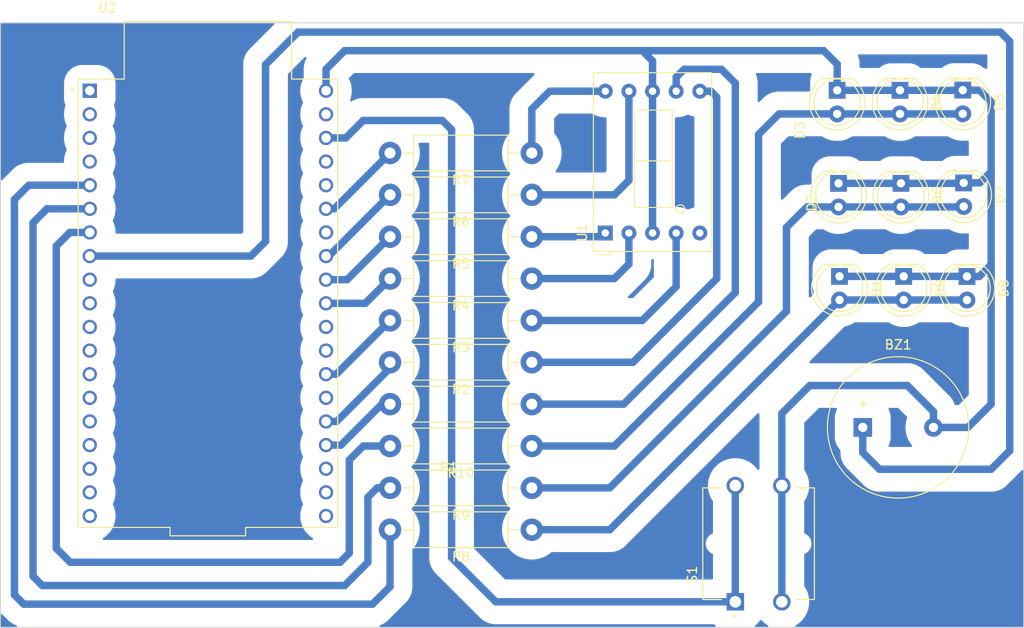
<source format=kicad_pcb>
(kicad_pcb (version 20221018) (generator pcbnew)
  (layers (0 "F.Cu" signal) (31 "B.Cu" signal) (34 "B.Paste" user) (35 "F.Paste" user) (36 "B.SilkS" user "B.Silkscreen") (37 "F.SilkS" user "F.Silkscreen") (38 "B.Mask" user) (39 "F.Mask" user) (44 "Edge.Cuts" user))
  (net 0 "")
  (net 1 "Buzzer")
  (net 2 "GND")
  (net 3 "Net-(D1-A)")
  (net 4 "Net-(D2-A)")
  (net 5 "Net-(D3-A)")
  (net 6 "Net-(U1-E)")
  (net 7 "Net-(U1-D)")
  (net 8 "Net-(U1-C)")
  (net 10 "Net-(U1-B)")
  (net 11 "Net-(U1-A)")
  (net 12 "Net-(U1-F)")
  (net 13 "Net-(U1-G)")
  (net 18 "R")
  (net 19 "G")
  (net 20 "Y")
  (net 35 "A")
  (net 36 "B")
  (net 38 "C")
  (net 41 "D")
  (net 42 "E")
  (net 43 "F")
  (net 48 "Gr")
  (net 49 "SW")
  (footprint "Resistor_THT:R_Axial_DIN0411_L9.9mm_D3.6mm_P15.24mm_Horizontal" (layer "F.Cu") (at 127.12 109.5 180)
    (fp_text reference "R8" (at 7.62 -2.92) (layer "F.SilkS"))
    (fp_text value "R")
    (fp_line (start 1.44 0) (end 2.55 0) (stroke (width 0.12)) (layer "F.SilkS"))
    (fp_line (start 2.55 -1.92) (end 2.55 1.92) (stroke (width 0.12)) (layer "F.SilkS"))
    (fp_line (start 2.55 1.92) (end 12.69 1.92) (stroke (width 0.12)) (layer "F.SilkS"))
    (fp_line (start 12.69 -1.92) (end 2.55 -1.92) (stroke (width 0.12)) (layer "F.SilkS"))
    (fp_line (start 12.69 1.92) (end 12.69 -1.92) (stroke (width 0.12)) (layer "F.SilkS"))
    (fp_line (start 13.8 0) (end 12.69 0) (stroke (width 0.12)) (layer "F.SilkS"))
    (pad "1" thru_hole circle (at 0 0 180) (size 2.4 2.4) (drill 1.2) (layers "*.Cu" "*.Mask") (net 3 "Net-(D1-A)"))
    (pad "2" thru_hole oval (at 15.24 0 180) (size 2.4 2.4) (drill 1.2) (layers "*.Cu" "*.Mask") (net 18 "R"))
  )
  (footprint "Buzzer_Beeper:Buzzer_15x7.5RM7.6" (layer "F.Cu") (at 162.7 98.5)
    (fp_text reference "BZ1" (at 3.81 -8.89) (layer "F.SilkS"))
    (fp_text value "Buzzer")
    (fp_text user "+" (at -0.01 -2.54) (layer "F.SilkS"))
    (fp_circle (center 3.8 0) (end 11.4 0) (stroke (width 0.12)) (fill none) (layer "F.SilkS"))
    (pad "1" thru_hole rect (at 0 0) (size 2 2) (drill 1) (layers "*.Cu" "*.Mask") (net 1 "Buzzer"))
    (pad "2" thru_hole circle (at 7.6 0) (size 2 2) (drill 1) (layers "*.Cu" "*.Mask") (net 2 "GND"))
  )
  (footprint "Resistor_THT:R_Axial_DIN0411_L9.9mm_D3.6mm_P15.24mm_Horizontal" (layer "F.Cu") (at 127.12 69 180)
    (fp_text reference "R7" (at 7.62 -2.92) (layer "F.SilkS"))
    (fp_text value "R")
    (fp_line (start 1.44 0) (end 2.55 0) (stroke (width 0.12)) (layer "F.SilkS"))
    (fp_line (start 2.55 -1.92) (end 2.55 1.92) (stroke (width 0.12)) (layer "F.SilkS"))
    (fp_line (start 2.55 1.92) (end 12.69 1.92) (stroke (width 0.12)) (layer "F.SilkS"))
    (fp_line (start 12.69 -1.92) (end 2.55 -1.92) (stroke (width 0.12)) (layer "F.SilkS"))
    (fp_line (start 12.69 1.92) (end 12.69 -1.92) (stroke (width 0.12)) (layer "F.SilkS"))
    (fp_line (start 13.8 0) (end 12.69 0) (stroke (width 0.12)) (layer "F.SilkS"))
    (pad "1" thru_hole circle (at 0 0 180) (size 2.4 2.4) (drill 1.2) (layers "*.Cu" "*.Mask") (net 13 "Net-(U1-G)"))
    (pad "2" thru_hole oval (at 15.24 0 180) (size 2.4 2.4) (drill 1.2) (layers "*.Cu" "*.Mask") (net 19 "G"))
  )
  (footprint "Resistor_THT:R_Axial_DIN0411_L9.9mm_D3.6mm_P15.24mm_Horizontal" (layer "F.Cu") (at 127.12 78 180)
    (fp_text reference "R5" (at 7.62 -2.92) (layer "F.SilkS"))
    (fp_text value "R")
    (fp_line (start 1.44 0) (end 2.55 0) (stroke (width 0.12)) (layer "F.SilkS"))
    (fp_line (start 2.55 -1.92) (end 2.55 1.92) (stroke (width 0.12)) (layer "F.SilkS"))
    (fp_line (start 2.55 1.92) (end 12.69 1.92) (stroke (width 0.12)) (layer "F.SilkS"))
    (fp_line (start 12.69 -1.92) (end 2.55 -1.92) (stroke (width 0.12)) (layer "F.SilkS"))
    (fp_line (start 12.69 1.92) (end 12.69 -1.92) (stroke (width 0.12)) (layer "F.SilkS"))
    (fp_line (start 13.8 0) (end 12.69 0) (stroke (width 0.12)) (layer "F.SilkS"))
    (pad "1" thru_hole circle (at 0 0 180) (size 2.4 2.4) (drill 1.2) (layers "*.Cu" "*.Mask") (net 6 "Net-(U1-E)"))
    (pad "2" thru_hole oval (at 15.24 0 180) (size 2.4 2.4) (drill 1.2) (layers "*.Cu" "*.Mask") (net 42 "E"))
  )
  (footprint "Resistor_THT:R_Axial_DIN0411_L9.9mm_D3.6mm_P15.24mm_Horizontal" (layer "F.Cu") (at 127.12 91.5 180)
    (fp_text reference "R2" (at 7.62 -2.92) (layer "F.SilkS"))
    (fp_text value "R")
    (fp_line (start 1.44 0) (end 2.55 0) (stroke (width 0.12)) (layer "F.SilkS"))
    (fp_line (start 2.55 -1.92) (end 2.55 1.92) (stroke (width 0.12)) (layer "F.SilkS"))
    (fp_line (start 2.55 1.92) (end 12.69 1.92) (stroke (width 0.12)) (layer "F.SilkS"))
    (fp_line (start 12.69 -1.92) (end 2.55 -1.92) (stroke (width 0.12)) (layer "F.SilkS"))
    (fp_line (start 12.69 1.92) (end 12.69 -1.92) (stroke (width 0.12)) (layer "F.SilkS"))
    (fp_line (start 13.8 0) (end 12.69 0) (stroke (width 0.12)) (layer "F.SilkS"))
    (pad "1" thru_hole circle (at 0 0 180) (size 2.4 2.4) (drill 1.2) (layers "*.Cu" "*.Mask") (net 10 "Net-(U1-B)"))
    (pad "2" thru_hole oval (at 15.24 0 180) (size 2.4 2.4) (drill 1.2) (layers "*.Cu" "*.Mask") (net 36 "B"))
  )
  (footprint "Resistor_THT:R_Axial_DIN0411_L9.9mm_D3.6mm_P15.24mm_Horizontal" (layer "F.Cu") (at 127.12 82.5 180)
    (fp_text reference "R4" (at 7.62 -2.92) (layer "F.SilkS"))
    (fp_text value "R")
    (fp_line (start 1.44 0) (end 2.55 0) (stroke (width 0.12)) (layer "F.SilkS"))
    (fp_line (start 2.55 -1.92) (end 2.55 1.92) (stroke (width 0.12)) (layer "F.SilkS"))
    (fp_line (start 2.55 1.92) (end 12.69 1.92) (stroke (width 0.12)) (layer "F.SilkS"))
    (fp_line (start 12.69 -1.92) (end 2.55 -1.92) (stroke (width 0.12)) (layer "F.SilkS"))
    (fp_line (start 12.69 1.92) (end 12.69 -1.92) (stroke (width 0.12)) (layer "F.SilkS"))
    (fp_line (start 13.8 0) (end 12.69 0) (stroke (width 0.12)) (layer "F.SilkS"))
    (pad "1" thru_hole circle (at 0 0 180) (size 2.4 2.4) (drill 1.2) (layers "*.Cu" "*.Mask") (net 7 "Net-(U1-D)"))
    (pad "2" thru_hole oval (at 15.24 0 180) (size 2.4 2.4) (drill 1.2) (layers "*.Cu" "*.Mask") (net 41 "D"))
  )
  (footprint "Resistor_THT:R_Axial_DIN0411_L9.9mm_D3.6mm_P15.24mm_Horizontal" (layer "F.Cu") (at 127.12 73.5 180)
    (fp_text reference "R6" (at 7.62 -2.92) (layer "F.SilkS"))
    (fp_text value "R")
    (fp_line (start 1.44 0) (end 2.55 0) (stroke (width 0.12)) (layer "F.SilkS"))
    (fp_line (start 2.55 -1.92) (end 2.55 1.92) (stroke (width 0.12)) (layer "F.SilkS"))
    (fp_line (start 2.55 1.92) (end 12.69 1.92) (stroke (width 0.12)) (layer "F.SilkS"))
    (fp_line (start 12.69 -1.92) (end 2.55 -1.92) (stroke (width 0.12)) (layer "F.SilkS"))
    (fp_line (start 12.69 1.92) (end 12.69 -1.92) (stroke (width 0.12)) (layer "F.SilkS"))
    (fp_line (start 13.8 0) (end 12.69 0) (stroke (width 0.12)) (layer "F.SilkS"))
    (pad "1" thru_hole circle (at 0 0 180) (size 2.4 2.4) (drill 1.2) (layers "*.Cu" "*.Mask") (net 12 "Net-(U1-F)"))
    (pad "2" thru_hole oval (at 15.24 0 180) (size 2.4 2.4) (drill 1.2) (layers "*.Cu" "*.Mask") (net 43 "F"))
  )
  (footprint "LED_THT:LED_D5.0mm" (layer "F.Cu") (at 173.45 62.245 -90)
    (fp_text reference "D5" (at 1.27 -3.96 90) (layer "F.SilkS"))
    (fp_text value "LED")
    (fp_line (start -1.29 -1.545) (end -1.29 1.545) (stroke (width 0.12)) (layer "F.SilkS"))
    (fp_arc (start -1.29 -1.54483) (mid 2.072002 -2.880433) (end 4.26 0.000462) (stroke (width 0.12)) (layer "F.SilkS"))
    (fp_arc (start 4.26 -0.000462) (mid 2.072002 2.880433) (end -1.29 1.54483) (stroke (width 0.12)) (layer "F.SilkS"))
    (fp_circle (center 1.27 0) (end 3.77 0) (stroke (width 0.12)) (fill none) (layer "F.SilkS"))
    (pad "1" thru_hole rect (at 0 0 270) (size 1.8 1.8) (drill 0.9) (layers "*.Cu" "*.Mask") (net 2 "GND"))
    (pad "2" thru_hole circle (at 2.54 0 270) (size 1.8 1.8) (drill 0.9) (layers "*.Cu" "*.Mask") (net 5 "Net-(D3-A)"))
  )
  (footprint "LED_THT:LED_D5.0mm" (layer "F.Cu") (at 166.8 72.26 -90)
    (fp_text reference "D6" (at 1.27 -3.96 90) (layer "F.SilkS"))
    (fp_text value "LED")
    (fp_line (start -1.29 -1.545) (end -1.29 1.545) (stroke (width 0.12)) (layer "F.SilkS"))
    (fp_arc (start -1.29 -1.54483) (mid 2.072002 -2.880433) (end 4.26 0.000462) (stroke (width 0.12)) (layer "F.SilkS"))
    (fp_arc (start 4.26 -0.000462) (mid 2.072002 2.880433) (end -1.29 1.54483) (stroke (width 0.12)) (layer "F.SilkS"))
    (fp_circle (center 1.27 0) (end 3.77 0) (stroke (width 0.12)) (fill none) (layer "F.SilkS"))
    (pad "1" thru_hole rect (at 0 0 270) (size 1.8 1.8) (drill 0.9) (layers "*.Cu" "*.Mask") (net 2 "GND"))
    (pad "2" thru_hole circle (at 2.54 0 270) (size 1.8 1.8) (drill 0.9) (layers "*.Cu" "*.Mask") (net 4 "Net-(D2-A)"))
  )
  (footprint "B3F-4055:SW_B3F-4055" (layer "F.Cu") (at 151.5 111 90)
    (fp_text reference "S1" (at -3.325 -7.135 90) (layer "F.SilkS"))
    (fp_text value "B3F-4055")
    (fp_line (start -6 -6) (end 6 -6) (stroke (width 0.127)) (layer "F.SilkS"))
    (fp_line (start -6 -4) (end -6 -6) (stroke (width 0.127)) (layer "F.SilkS"))
    (fp_line (start -6 4) (end -6 6) (stroke (width 0.127)) (layer "F.SilkS"))
    (fp_line (start -6 6) (end 6 6) (stroke (width 0.127)) (layer "F.SilkS"))
    (fp_line (start 6 -6) (end 6 -4) (stroke (width 0.127)) (layer "F.SilkS"))
    (fp_line (start 6 6) (end 6 4) (stroke (width 0.127)) (layer "F.SilkS"))
    (fp_circle (center -7.8 -2.6) (end -7.7 -2.6) (stroke (width 0.2)) (fill none) (layer "F.SilkS"))
    (pad "" np_thru_hole circle (at 0 -4.5 90) (size 1.85 1.85) (drill 1.85) (layers "*.Cu" "*.Mask"))
    (pad "" np_thru_hole circle (at 0 4.5 90) (size 1.85 1.85) (drill 1.85) (layers "*.Cu" "*.Mask"))
    (pad "1" thru_hole rect (at -6.25 -2.5 90) (size 1.875 1.875) (drill 1.25) (layers "*.Cu" "*.Mask") (net 49 "SW"))
    (pad "2" thru_hole circle (at 6.25 -2.5 90) (size 1.875 1.875) (drill 1.25) (layers "*.Cu" "*.Mask") (net 49 "SW"))
    (pad "3" thru_hole circle (at -6.25 2.5 90) (size 1.875 1.875) (drill 1.25) (layers "*.Cu" "*.Mask") (net 2 "GND"))
    (pad "4" thru_hole circle (at 6.25 2.5 90) (size 1.875 1.875) (drill 1.25) (layers "*.Cu" "*.Mask") (net 2 "GND"))
  )
  (footprint "Resistor_THT:R_Axial_DIN0411_L9.9mm_D3.6mm_P15.24mm_Horizontal" (layer "F.Cu") (at 127.12 87 180)
    (fp_text reference "R3" (at 7.62 -2.92) (layer "F.SilkS"))
    (fp_text value "R")
    (fp_line (start 1.44 0) (end 2.55 0) (stroke (width 0.12)) (layer "F.SilkS"))
    (fp_line (start 2.55 -1.92) (end 2.55 1.92) (stroke (width 0.12)) (layer "F.SilkS"))
    (fp_line (start 2.55 1.92) (end 12.69 1.92) (stroke (width 0.12)) (layer "F.SilkS"))
    (fp_line (start 12.69 -1.92) (end 2.55 -1.92) (stroke (width 0.12)) (layer "F.SilkS"))
    (fp_line (start 12.69 1.92) (end 12.69 -1.92) (stroke (width 0.12)) (layer "F.SilkS"))
    (fp_line (start 13.8 0) (end 12.69 0) (stroke (width 0.12)) (layer "F.SilkS"))
    (pad "1" thru_hole circle (at 0 0 180) (size 2.4 2.4) (drill 1.2) (layers "*.Cu" "*.Mask") (net 8 "Net-(U1-C)"))
    (pad "2" thru_hole oval (at 15.24 0 180) (size 2.4 2.4) (drill 1.2) (layers "*.Cu" "*.Mask") (net 38 "C"))
  )
  (footprint "LED_THT:LED_D5.0mm" (layer "F.Cu") (at 160.1 72.26 -90)
    (fp_text reference "D2" (at 2.072002 2.880433 90) (layer "F.SilkS"))
    (fp_text value "LED")
    (fp_line (start -1.29 -1.545) (end -1.29 1.545) (stroke (width 0.12)) (layer "F.SilkS"))
    (fp_arc (start -1.29 -1.54483) (mid 2.072002 -2.880433) (end 4.26 0.000462) (stroke (width 0.12)) (layer "F.SilkS"))
    (fp_arc (start 4.26 -0.000462) (mid 2.072002 2.880433) (end -1.29 1.54483) (stroke (width 0.12)) (layer "F.SilkS"))
    (fp_circle (center 1.27 0) (end 3.77 0) (stroke (width 0.12)) (fill none) (layer "F.SilkS"))
    (pad "1" thru_hole rect (at 0 0 270) (size 1.8 1.8) (drill 0.9) (layers "*.Cu" "*.Mask") (net 2 "GND"))
    (pad "2" thru_hole circle (at 2.54 0 270) (size 1.8 1.8) (drill 0.9) (layers "*.Cu" "*.Mask") (net 4 "Net-(D2-A)"))
  )
  (footprint "Resistor_THT:R_Axial_DIN0411_L9.9mm_D3.6mm_P15.24mm_Horizontal" (layer "F.Cu") (at 127.12 105 180)
    (fp_text reference "R9" (at 7.62 -2.92) (layer "F.SilkS"))
    (fp_text value "R")
    (fp_line (start 1.44 0) (end 2.55 0) (stroke (width 0.12)) (layer "F.SilkS"))
    (fp_line (start 2.55 -1.92) (end 2.55 1.92) (stroke (width 0.12)) (layer "F.SilkS"))
    (fp_line (start 2.55 1.92) (end 12.69 1.92) (stroke (width 0.12)) (layer "F.SilkS"))
    (fp_line (start 12.69 -1.92) (end 2.55 -1.92) (stroke (width 0.12)) (layer "F.SilkS"))
    (fp_line (start 12.69 1.92) (end 12.69 -1.92) (stroke (width 0.12)) (layer "F.SilkS"))
    (fp_line (start 13.8 0) (end 12.69 0) (stroke (width 0.12)) (layer "F.SilkS"))
    (pad "1" thru_hole circle (at 0 0 180) (size 2.4 2.4) (drill 1.2) (layers "*.Cu" "*.Mask") (net 4 "Net-(D2-A)"))
    (pad "2" thru_hole oval (at 15.24 0 180) (size 2.4 2.4) (drill 1.2) (layers "*.Cu" "*.Mask") (net 48 "Gr"))
  )
  (footprint "LED_THT:LED_D5.0mm" (layer "F.Cu") (at 167.1 82.26 -90)
    (fp_text reference "D9" (at 1.27 -3.96 90) (layer "F.SilkS"))
    (fp_text value "LED")
    (fp_line (start -1.29 -1.545) (end -1.29 1.545) (stroke (width 0.12)) (layer "F.SilkS"))
    (fp_arc (start -1.29 -1.54483) (mid 2.072002 -2.880433) (end 4.26 0.000462) (stroke (width 0.12)) (layer "F.SilkS"))
    (fp_arc (start 4.26 -0.000462) (mid 2.072002 2.880433) (end -1.29 1.54483) (stroke (width 0.12)) (layer "F.SilkS"))
    (fp_circle (center 1.27 0) (end 3.77 0) (stroke (width 0.12)) (fill none) (layer "F.SilkS"))
    (pad "1" thru_hole rect (at 0 0 270) (size 1.8 1.8) (drill 0.9) (layers "*.Cu" "*.Mask") (net 2 "GND"))
    (pad "2" thru_hole circle (at 2.54 0 270) (size 1.8 1.8) (drill 0.9) (layers "*.Cu" "*.Mask") (net 3 "Net-(D1-A)"))
  )
  (footprint "ESP32-DEVKITC:MODULE_ESP32-DEVKITC" (layer "F.Cu") (at 92.3 85.15)
    (fp_text reference "U2" (at -10.795 -31.75) (layer "F.SilkS"))
    (fp_text value "ESP32-DEVKITC")
    (fp_line (start -13.95 -24.1) (end -13.95 24.1) (stroke (width 0.127)) (layer "F.SilkS"))
    (fp_line (start -13.95 24.1) (end -4.07 24.1) (stroke (width 0.127)) (layer "F.SilkS"))
    (fp_line (start -9 -30.3) (end 9 -30.3) (stroke (width 0.127)) (layer "F.SilkS"))
    (fp_line (start -9 -24.1) (end -13.95 -24.1) (stroke (width 0.127)) (layer "F.SilkS"))
    (fp_line (start -9 -24.1) (end -9 -30.3) (stroke (width 0.127)) (layer "F.SilkS"))
    (fp_line (start -4.07 24.1) (end -4.07 25) (stroke (width 0.127)) (layer "F.SilkS"))
    (fp_line (start -4.07 25) (end 4.06 25) (stroke (width 0.127)) (layer "F.SilkS"))
    (fp_line (start 4.06 24.1) (end 13.95 24.1) (stroke (width 0.127)) (layer "F.SilkS"))
    (fp_line (start 4.06 25) (end 4.06 24.1) (stroke (width 0.127)) (layer "F.SilkS"))
    (fp_line (start 9 -30.3) (end 9 -24.1) (stroke (width 0.127)) (layer "F.SilkS"))
    (fp_line (start 13.95 -24.1) (end 9 -24.1) (stroke (width 0.127)) (layer "F.SilkS"))
    (fp_line (start 13.95 24.1) (end 13.95 -24.1) (stroke (width 0.127)) (layer "F.SilkS"))
    (fp_circle (center -14.57 -22.97) (end -14.47 -22.97) (stroke (width 0.2)) (fill none) (layer "F.SilkS"))
    (pad "1" thru_hole rect (at -12.7 -22.85) (size 1.53 1.53) (drill 1.02) (layers "*.Cu" "*.Mask"))
    (pad "2" thru_hole circle (at -12.7 -20.31) (size 1.53 1.53) (drill 1.02) (layers "*.Cu" "*.Mask"))
    (pad "3" thru_hole circle (at -12.7 -17.77) (size 1.53 1.53) (drill 1.02) (layers "*.Cu" "*.Mask"))
    (pad "4" thru_hole circle (at -12.7 -15.23) (size 1.53 1.53) (drill 1.02) (layers "*.Cu" "*.Mask"))
    (pad "5" thru_hole circle (at -12.7 -12.69) (size 1.53 1.53) (drill 1.02) (layers "*.Cu" "*.Mask") (net 18 "R"))
    (pad "6" thru_hole circle (at -12.7 -10.15) (size 1.53 1.53) (drill 1.02) (layers "*.Cu" "*.Mask") (net 48 "Gr"))
    (pad "7" thru_hole circle (at -12.7 -7.61) (size 1.53 1.53) (drill 1.02) (layers "*.Cu" "*.Mask") (net 20 "Y"))
    (pad "8" thru_hole circle (at -12.7 -5.07) (size 1.53 1.53) (drill 1.02) (layers "*.Cu" "*.Mask") (net 1 "Buzzer"))
    (pad "9" thru_hole circle (at -12.7 -2.53) (size 1.53 1.53) (drill 1.02) (layers "*.Cu" "*.Mask"))
    (pad "10" thru_hole circle (at -12.7 0.01) (size 1.53 1.53) (drill 1.02) (layers "*.Cu" "*.Mask"))
    (pad "11" thru_hole circle (at -12.7 2.55) (size 1.53 1.53) (drill 1.02) (layers "*.Cu" "*.Mask"))
    (pad "12" thru_hole circle (at -12.7 5.09) (size 1.53 1.53) (drill 1.02) (layers "*.Cu" "*.Mask"))
    (pad "13" thru_hole circle (at -12.7 7.63) (size 1.53 1.53) (drill 1.02) (layers "*.Cu" "*.Mask"))
    (pad "14" thru_hole circle (at -12.7 10.17) (size 1.53 1.53) (drill 1.02) (layers "*.Cu" "*.Mask"))
    (pad "15" thru_hole circle (at -12.7 12.71) (size 1.53 1.53) (drill 1.02) (layers "*.Cu" "*.Mask"))
    (pad "16" thru_hole circle (at -12.7 15.25) (size 1.53 1.53) (drill 1.02) (layers "*.Cu" "*.Mask"))
    (pad "17" thru_hole circle (at -12.7 17.79) (size 1.53 1.53) (drill 1.02) (layers "*.Cu" "*.Mask"))
    (pad "18" thru_hole circle (at -12.7 20.33) (size 1.53 1.53) (drill 1.02) (layers "*.Cu" "*.Mask"))
    (pad "19" thru_hole circle (at -12.7 22.87) (size 1.53 1.53) (drill 1.02) (layers "*.Cu" "*.Mask"))
    (pad "20" thru_hole circle (at 12.7 22.87) (size 1.53 1.53) (drill 1.02) (layers "*.Cu" "*.Mask"))
    (pad "21" thru_hole circle (at 12.7 20.33) (size 1.53 1.53) (drill 1.02) (layers "*.Cu" "*.Mask"))
    (pad "22" thru_hole circle (at 12.7 17.79) (size 1.53 1.53) (drill 1.02) (layers "*.Cu" "*.Mask"))
    (pad "23" thru_hole circle (at 12.7 15.25) (size 1.53 1.53) (drill 1.02) (layers "*.Cu" "*.Mask") (net 35 "A"))
    (pad "24" thru_hole circle (at 12.7 12.71) (size 1.53 1.53) (drill 1.02) (layers "*.Cu" "*.Mask") (net 36 "B"))
    (pad "25" thru_hole circle (at 12.7 10.17) (size 1.53 1.53) (drill 1.02) (layers "*.Cu" "*.Mask"))
    (pad "26" thru_hole circle (at 12.7 7.63) (size 1.53 1.53) (drill 1.02) (layers "*.Cu" "*.Mask") (net 38 "C"))
    (pad "27" thru_hole circle (at 12.7 5.09) (size 1.53 1.53) (drill 1.02) (layers "*.Cu" "*.Mask"))
    (pad "28" thru_hole circle (at 12.7 2.55) (size 1.53 1.53) (drill 1.02) (layers "*.Cu" "*.Mask"))
    (pad "29" thru_hole circle (at 12.7 0.01) (size 1.53 1.53) (drill 1.02) (layers "*.Cu" "*.Mask") (net 41 "D"))
    (pad "30" thru_hole circle (at 12.7 -2.53) (size 1.53 1.53) (drill 1.02) (layers "*.Cu" "*.Mask") (net 42 "E"))
    (pad "31" thru_hole circle (at 12.7 -5.07) (size 1.53 1.53) (drill 1.02) (layers "*.Cu" "*.Mask") (net 43 "F"))
    (pad "32" thru_hole circle (at 12.7 -7.61) (size 1.53 1.53) (drill 1.02) (layers "*.Cu" "*.Mask"))
    (pad "33" thru_hole circle (at 12.7 -10.15) (size 1.53 1.53) (drill 1.02) (layers "*.Cu" "*.Mask") (net 19 "G"))
    (pad "34" thru_hole circle (at 12.7 -12.69) (size 1.53 1.53) (drill 1.02) (layers "*.Cu" "*.Mask"))
    (pad "35" thru_hole circle (at 12.7 -15.23) (size 1.53 1.53) (drill 1.02) (layers "*.Cu" "*.Mask"))
    (pad "36" thru_hole circle (at 12.7 -17.77) (size 1.53 1.53) (drill 1.02) (layers "*.Cu" "*.Mask") (net 49 "SW"))
    (pad "37" thru_hole circle (at 12.7 -20.31) (size 1.53 1.53) (drill 1.02) (layers "*.Cu" "*.Mask"))
    (pad "38" thru_hole circle (at 12.7 -22.85) (size 1.53 1.53) (drill 1.02) (layers "*.Cu" "*.Mask") (net 2 "GND"))
  )
  (footprint "Display_7Segment:D1X8K" (layer "F.Cu") (at 135.02 77.5975 90)
    (fp_text reference "U1" (at 0.03 -2.48 90) (layer "F.SilkS"))
    (fp_text value "D168K")
    (fp_line (start -2.34 -0.8) (end -2.34 0.81) (stroke (width 0.12)) (layer "F.SilkS"))
    (fp_line (start -1.99 -1.28) (end -1.99 11.44) (stroke (width 0.12)) (layer "F.SilkS"))
    (fp_line (start 2.7438 3.3372) (end 2.7438 7.0202) (stroke (width 0.12)) (layer "F.SilkS"))
    (fp_line (start 7.646 3.1594) (end 2.7438 3.1594) (stroke (width 0.12)) (layer "F.SilkS"))
    (fp_line (start 7.646 7.198) (end 2.7438 7.198) (stroke (width 0.12)) (layer "F.SilkS"))
    (fp_line (start 7.7476 3.3372) (end 7.7476 7.0202) (stroke (width 0.12)) (layer "F.SilkS"))
    (fp_line (start 13.1832 3.1594) (end 7.8238 3.1594) (stroke (width 0.12)) (layer "F.SilkS"))
    (fp_line (start 13.1832 7.198) (end 7.8238 7.198) (stroke (width 0.12)) (layer "F.SilkS"))
    (fp_line (start 13.2086 3.3372) (end 13.2086 7.0202) (stroke (width 0.12)) (layer "F.SilkS"))
    (fp_line (start 17.23 -1.28) (end -1.99 -1.28) (stroke (width 0.12)) (layer "F.SilkS"))
    (fp_line (start 17.23 -1.28) (end 17.23 11.44) (stroke (width 0.12)) (layer "F.SilkS"))
    (fp_line (start 17.23 11.44) (end -1.99 11.44) (stroke (width 0.12)) (layer "F.SilkS"))
    (fp_circle (center 2.557533 8.07) (end 2.836933 7.689) (stroke (width 0.12)) (fill none) (layer "F.SilkS"))
    (pad "1" thru_hole rect (at 0 0) (size 1.6 1.6) (drill 0.8) (layers "*.Cu" "*.Mask") (net 6 "Net-(U1-E)"))
    (pad "2" thru_hole circle (at 0 2.54) (size 1.6 1.6) (drill 0.8) (layers "*.Cu" "*.Mask") (net 7 "Net-(U1-D)"))
    (pad "3" thru_hole circle (at 0 5.08) (size 1.6 1.6) (drill 0.8) (layers "*.Cu" "*.Mask") (net 2 "GND"))
    (pad "4" thru_hole circle (at 0 7.62) (size 1.6 1.6) (drill 0.8) (layers "*.Cu" "*.Mask") (net 8 "Net-(U1-C)"))
    (pad "5" thru_hole circle (at 0 10.16) (size 1.6 1.6) (drill 0.8) (layers "*.Cu" "*.Mask"))
    (pad "6" thru_hole circle (at 15.24 10.16) (size 1.6 1.6) (drill 0.8) (layers "*.Cu" "*.Mask") (net 10 "Net-(U1-B)"))
    (pad "7" thru_hole circle (at 15.24 7.62) (size 1.6 1.6) (drill 0.8) (layers "*.Cu" "*.Mask") (net 11 "Net-(U1-A)"))
    (pad "8" thru_hole circle (at 15.24 5.08) (size 1.6 1.6) (drill 0.8) (layers "*.Cu" "*.Mask") (net 2 "GND"))
    (pad "9" thru_hole circle (at 15.24 2.54) (size 1.6 1.6) (drill 0.8) (layers "*.Cu" "*.Mask") (net 12 "Net-(U1-F)"))
    (pad "10" thru_hole circle (at 15.24 0) (size 1.6 1.6) (drill 0.8) (layers "*.Cu" "*.Mask") (net 13 "Net-(U1-G)"))
  )
  (footprint "LED_THT:LED_D5.0mm" (layer "F.Cu") (at 159.95 62.26 -90)
    (fp_text reference "D3" (at 4.275 4 90) (layer "F.SilkS"))
    (fp_text value "LED")
    (fp_line (start -1.29 -1.545) (end -1.29 1.545) (stroke (width 0.12)) (layer "F.SilkS"))
    (fp_arc (start -1.29 -1.54483) (mid 2.072002 -2.880433) (end 4.26 0.000462) (stroke (width 0.12)) (layer "F.SilkS"))
    (fp_arc (start 4.26 -0.000462) (mid 2.072002 2.880433) (end -1.29 1.54483) (stroke (width 0.12)) (layer "F.SilkS"))
    (fp_circle (center 1.27 0) (end 3.77 0) (stroke (width 0.12)) (fill none) (layer "F.SilkS"))
    (pad "1" thru_hole rect (at 0 0 270) (size 1.8 1.8) (drill 0.9) (layers "*.Cu" "*.Mask") (net 2 "GND"))
    (pad "2" thru_hole circle (at 2.54 0 270) (size 1.8 1.8) (drill 0.9) (layers "*.Cu" "*.Mask") (net 5 "Net-(D3-A)"))
  )
  (footprint "LED_THT:LED_D5.0mm" (layer "F.Cu") (at 173.55 72.21 -90)
    (fp_text reference "D7" (at 1.27 -3.96 90) (layer "F.SilkS"))
    (fp_text value "LED")
    (fp_line (start -1.29 -1.545) (end -1.29 1.545) (stroke (width 0.12)) (layer "F.SilkS"))
    (fp_arc (start -1.29 -1.54483) (mid 2.072002 -2.880433) (end 4.26 0.000462) (stroke (width 0.12)) (layer "F.SilkS"))
    (fp_arc (start 4.26 -0.000462) (mid 2.072002 2.880433) (end -1.29 1.54483) (stroke (width 0.12)) (layer "F.SilkS"))
    (fp_circle (center 1.27 0) (end 3.77 0) (stroke (width 0.12)) (fill none) (layer "F.SilkS"))
    (pad "1" thru_hole rect (at 0 0 270) (size 1.8 1.8) (drill 0.9) (layers "*.Cu" "*.Mask") (net 2 "GND"))
    (pad "2" thru_hole circle (at 2.54 0 270) (size 1.8 1.8) (drill 0.9) (layers "*.Cu" "*.Mask") (net 4 "Net-(D2-A)"))
  )
  (footprint "LED_THT:LED_D5.0mm" (layer "F.Cu") (at 173.9 82.27 -90)
    (fp_text reference "D8" (at 1.27 -3.96 90) (layer "F.SilkS"))
    (fp_text value "LED")
    (fp_line (start -1.29 -1.545) (end -1.29 1.545) (stroke (width 0.12)) (layer "F.SilkS"))
    (fp_arc (start -1.29 -1.54483) (mid 2.072002 -2.880433) (end 4.26 0.000462) (stroke (width 0.12)) (layer "F.SilkS"))
    (fp_arc (start 4.26 -0.000462) (mid 2.072002 2.880433) (end -1.29 1.54483) (stroke (width 0.12)) (layer "F.SilkS"))
    (fp_circle (center 1.27 0) (end 3.77 0) (stroke (width 0.12)) (fill none) (layer "F.SilkS"))
    (pad "1" thru_hole rect (at 0 0 270) (size 1.8 1.8) (drill 0.9) (layers "*.Cu" "*.Mask") (net 2 "GND"))
    (pad "2" thru_hole circle (at 2.54 0 270) (size 1.8 1.8) (drill 0.9) (layers "*.Cu" "*.Mask") (net 3 "Net-(D1-A)"))
  )
  (footprint "LED_THT:LED_D5.0mm" (layer "F.Cu") (at 166.7 62.26 -90)
    (fp_text reference "D4" (at 1.27 -3.96 90) (layer "F.SilkS"))
    (fp_text value "LED")
    (fp_line (start -1.29 -1.545) (end -1.29 1.545) (stroke (width 0.12)) (layer "F.SilkS"))
    (fp_arc (start -1.29 -1.54483) (mid 2.072002 -2.880433) (end 4.26 0.000462) (stroke (width 0.12)) (layer "F.SilkS"))
    (fp_arc (start 4.26 -0.000462) (mid 2.072002 2.880433) (end -1.29 1.54483) (stroke (width 0.12)) (layer "F.SilkS"))
    (fp_circle (center 1.27 0) (end 3.77 0) (stroke (width 0.12)) (fill none) (layer "F.SilkS"))
    (pad "1" thru_hole rect (at 0 0 270) (size 1.8 1.8) (drill 0.9) (layers "*.Cu" "*.Mask") (net 2 "GND"))
    (pad "2" thru_hole circle (at 2.54 0 270) (size 1.8 1.8) (drill 0.9) (layers "*.Cu" "*.Mask") (net 5 "Net-(D3-A)"))
  )
  (footprint "Resistor_THT:R_Axial_DIN0411_L9.9mm_D3.6mm_P15.24mm_Horizontal" (layer "F.Cu") (at 127.12 100.5 180)
    (fp_text reference "R10" (at 7.62 -2.92) (layer "F.SilkS"))
    (fp_text value "R")
    (fp_line (start 1.44 0) (end 2.55 0) (stroke (width 0.12)) (layer "F.SilkS"))
    (fp_line (start 2.55 -1.92) (end 2.55 1.92) (stroke (width 0.12)) (layer "F.SilkS"))
    (fp_line (start 2.55 1.92) (end 12.69 1.92) (stroke (width 0.12)) (layer "F.SilkS"))
    (fp_line (start 12.69 -1.92) (end 2.55 -1.92) (stroke (width 0.12)) (layer "F.SilkS"))
    (fp_line (start 12.69 1.92) (end 12.69 -1.92) (stroke (width 0.12)) (layer "F.SilkS"))
    (fp_line (start 13.8 0) (end 12.69 0) (stroke (width 0.12)) (layer "F.SilkS"))
    (pad "1" thru_hole circle (at 0 0 180) (size 2.4 2.4) (drill 1.2) (layers "*.Cu" "*.Mask") (net 5 "Net-(D3-A)"))
    (pad "2" thru_hole oval (at 15.24 0 180) (size 2.4 2.4) (drill 1.2) (layers "*.Cu" "*.Mask") (net 20 "Y"))
  )
  (footprint "Resistor_THT:R_Axial_DIN0411_L9.9mm_D3.6mm_P15.24mm_Horizontal" (layer "F.Cu") (at 127.12 96 180)
    (fp_text reference "R1" (at 8.92 -6.82) (layer "F.SilkS"))
    (fp_text value "R")
    (fp_line (start 1.44 0) (end 2.55 0) (stroke (width 0.12)) (layer "F.SilkS"))
    (fp_line (start 2.55 -1.92) (end 2.55 1.92) (stroke (width 0.12)) (layer "F.SilkS"))
    (fp_line (start 2.55 1.92) (end 12.69 1.92) (stroke (width 0.12)) (layer "F.SilkS"))
    (fp_line (start 12.69 -1.92) (end 2.55 -1.92) (stroke (width 0.12)) (layer "F.SilkS"))
    (fp_line (start 12.69 1.92) (end 12.69 -1.92) (stroke (width 0.12)) (layer "F.SilkS"))
    (fp_line (start 13.8 0) (end 12.69 0) (stroke (width 0.12)) (layer "F.SilkS"))
    (pad "1" thru_hole circle (at 0 0 180) (size 2.4 2.4) (drill 1.2) (layers "*.Cu" "*.Mask") (net 11 "Net-(U1-A)"))
    (pad "2" thru_hole oval (at 15.24 0 180) (size 2.4 2.4) (drill 1.2) (layers "*.Cu" "*.Mask") (net 35 "A"))
  )
  (footprint "LED_THT:LED_D5.0mm" (layer "F.Cu") (at 160.2 82.26 -90)
    (fp_text reference "D1" (at 1.27 -3.96 90) (layer "F.SilkS"))
    (fp_text value "LED")
    (fp_line (start -1.29 -1.545) (end -1.29 1.545) (stroke (width 0.12)) (layer "F.SilkS"))
    (fp_arc (start -1.29 -1.54483) (mid 2.072002 -2.880433) (end 4.26 0.000462) (stroke (width 0.12)) (layer "F.SilkS"))
    (fp_arc (start 4.26 -0.000462) (mid 2.072002 2.880433) (end -1.29 1.54483) (stroke (width 0.12)) (layer "F.SilkS"))
    (fp_circle (center 1.27 0) (end 3.77 0) (stroke (width 0.12)) (fill none) (layer "F.SilkS"))
    (pad "1" thru_hole rect (at 0 0 270) (size 1.8 1.8) (drill 0.9) (layers "*.Cu" "*.Mask") (net 2 "GND"))
    (pad "2" thru_hole circle (at 2.54 0 270) (size 1.8 1.8) (drill 0.9) (layers "*.Cu" "*.Mask") (net 3 "Net-(D1-A)"))
  )
  (gr_line (start 70 55) (end 70 120) (stroke (width 0.1)) (layer "Edge.Cuts"))
  (gr_line (start 180 55) (end 70 55) (stroke (width 0.1)) (layer "Edge.Cuts"))
  (gr_line (start 70 120) (end 180 120) (stroke (width 0.1)) (layer "Edge.Cuts"))
  (gr_line (start 180 120) (end 180 55) (stroke (width 0.1)) (layer "Edge.Cuts"))
  (segment (start 102 56) (end 177.5 56) (width 0.8) (layer "B.Cu") (net 1))
  (segment (start 98.5 78.5) (end 98.5 59.5) (width 0.8) (layer "B.Cu") (net 1))
  (segment (start 178.5 57) (end 178.5 101) (width 0.8) (layer "B.Cu") (net 1))
  (segment (start 162.7 101.2) (end 162.7 98.5) (width 0.8) (layer "B.Cu") (net 1))
  (segment (start 79.6 80.08) (end 96.92 80.08) (width 0.8) (layer "B.Cu") (net 1))
  (segment (start 176.5 103) (end 164.5 103) (width 0.8) (layer "B.Cu") (net 1))
  (segment (start 177.5 56) (end 178.5 57) (width 0.8) (layer "B.Cu") (net 1))
  (segment (start 164.5 103) (end 162.7 101.2) (width 0.8) (layer "B.Cu") (net 1))
  (segment (start 178.5 101) (end 176.5 103) (width 0.8) (layer "B.Cu") (net 1))
  (segment (start 96.92 80.08) (end 98.5 78.5) (width 0.8) (layer "B.Cu") (net 1))
  (segment (start 98.5 59.5) (end 102 56) (width 0.8) (layer "B.Cu") (net 1))
  (segment (start 140.1 77.5975) (end 140.1 62.3575) (width 0.8) (layer "B.Cu") (net 2))
  (segment (start 176.5 71) (end 176.5 81) (width 0.8) (layer "B.Cu") (net 2))
  (segment (start 158.5 58) (end 159.95 59.45) (width 0.8) (layer "B.Cu") (net 2))
  (segment (start 139 58) (end 140.1 59.1) (width 0.8) (layer "B.Cu") (net 2))
  (segment (start 167.1 82.26) (end 173.89 82.26) (width 0.8) (layer "B.Cu") (net 2))
  (segment (start 154 97) (end 157 94) (width 0.8) (layer "B.Cu") (net 2))
  (segment (start 176.5 81) (end 175.23 82.27) (width 0.8) (layer "B.Cu") (net 2))
  (segment (start 167.5 94) (end 170.3 96.8) (width 0.8) (layer "B.Cu") (net 2))
  (segment (start 176.5 81) (end 176.5 96) (width 0.8) (layer "B.Cu") (net 2))
  (segment (start 139 58) (end 158.5 58) (width 0.8) (layer "B.Cu") (net 2))
  (segment (start 154 117.25) (end 154 104.75) (width 0.8) (layer "B.Cu") (net 2))
  (segment (start 140.1 59.1) (end 140.1 62.3575) (width 0.8) (layer "B.Cu") (net 2))
  (segment (start 173.89 82.26) (end 173.9 82.27) (width 0.8) (layer "B.Cu") (net 2))
  (segment (start 170.3 96.8) (end 170.3 98.5) (width 0.8) (layer "B.Cu") (net 2))
  (segment (start 160.1 72.26) (end 166.8 72.26) (width 0.8) (layer "B.Cu") (net 2))
  (segment (start 176.5 96) (end 174 98.5) (width 0.8) (layer "B.Cu") (net 2))
  (segment (start 160.2 82.26) (end 167.1 82.26) (width 0.8) (layer "B.Cu") (net 2))
  (segment (start 107 58) (end 139 58) (width 0.8) (layer "B.Cu") (net 2))
  (segment (start 176.5 63.5) (end 176.5 71) (width 0.8) (layer "B.Cu") (net 2))
  (segment (start 174 98.5) (end 170.3 98.5) (width 0.8) (layer "B.Cu") (net 2))
  (segment (start 166.7 62.26) (end 173.435 62.26) (width 0.8) (layer "B.Cu") (net 2))
  (segment (start 176.5 71) (end 175.29 72.21) (width 0.8) (layer "B.Cu") (net 2))
  (segment (start 159.95 59.45) (end 159.95 62.26) (width 0.8) (layer "B.Cu") (net 2))
  (segment (start 173.5 72.26) (end 173.55 72.21) (width 0.8) (layer "B.Cu") (net 2))
  (segment (start 105 60) (end 107 58) (width 0.8) (layer "B.Cu") (net 2))
  (segment (start 175.245 62.245) (end 176.5 63.5) (width 0.8) (layer "B.Cu") (net 2))
  (segment (start 154 104.75) (end 154 97) (width 0.8) (layer "B.Cu") (net 2))
  (segment (start 105 62.3) (end 105 60) (width 0.8) (layer "B.Cu") (net 2))
  (segment (start 175.29 72.21) (end 173.55 72.21) (width 0.8) (layer "B.Cu") (net 2))
  (segment (start 173.45 62.245) (end 175.245 62.245) (width 0.8) (layer "B.Cu") (net 2))
  (segment (start 166.8 72.26) (end 173.5 72.26) (width 0.8) (layer "B.Cu") (net 2))
  (segment (start 157 94) (end 167.5 94) (width 0.8) (layer "B.Cu") (net 2))
  (segment (start 175.23 82.27) (end 173.9 82.27) (width 0.8) (layer "B.Cu") (net 2))
  (segment (start 173.435 62.26) (end 173.45 62.245) (width 0.8) (layer "B.Cu") (net 2))
  (segment (start 159.95 62.26) (end 166.7 62.26) (width 0.8) (layer "B.Cu") (net 2))
  (segment (start 160.2 84.8) (end 167.1 84.8) (width 0.8) (layer "B.Cu") (net 3))
  (segment (start 135.5 109.5) (end 160.2 84.8) (width 0.8) (layer "B.Cu") (net 3))
  (segment (start 173.89 84.8) (end 173.9 84.81) (width 0.8) (layer "B.Cu") (net 3))
  (segment (start 167.1 84.8) (end 173.89 84.8) (width 0.8) (layer "B.Cu") (net 3))
  (segment (start 127.12 109.5) (end 135.5 109.5) (width 0.8) (layer "B.Cu") (net 3))
  (segment (start 173.5 74.8) (end 173.55 74.75) (width 0.8) (layer "B.Cu") (net 4))
  (segment (start 127.12 105) (end 135.5 105) (width 0.8) (layer "B.Cu") (net 4))
  (segment (start 156.7 74.8) (end 160.1 74.8) (width 0.8) (layer "B.Cu") (net 4))
  (segment (start 160.1 74.8) (end 166.8 74.8) (width 0.8) (layer "B.Cu") (net 4))
  (segment (start 166.8 74.8) (end 173.5 74.8) (width 0.8) (layer "B.Cu") (net 4))
  (segment (start 135.5 105) (end 154.5 86) (width 0.8) (layer "B.Cu") (net 4))
  (segment (start 154.5 86) (end 154.5 77) (width 0.8) (layer "B.Cu") (net 4))
  (segment (start 154.5 77) (end 156.7 74.8) (width 0.8) (layer "B.Cu") (net 4))
  (segment (start 127.12 100.5) (end 136 100.5) (width 0.8) (layer "B.Cu") (net 5))
  (segment (start 151.5 67) (end 153.7 64.8) (width 0.8) (layer "B.Cu") (net 5))
  (segment (start 173.435 64.8) (end 173.45 64.785) (width 0.8) (layer "B.Cu") (net 5))
  (segment (start 159.95 64.8) (end 166.7 64.8) (width 0.8) (layer "B.Cu") (net 5))
  (segment (start 166.7 64.8) (end 173.435 64.8) (width 0.8) (layer "B.Cu") (net 5))
  (segment (start 136 100.5) (end 151.5 85) (width 0.8) (layer "B.Cu") (net 5))
  (segment (start 151.5 85) (end 151.5 67) (width 0.8) (layer "B.Cu") (net 5))
  (segment (start 153.7 64.8) (end 159.95 64.8) (width 0.8) (layer "B.Cu") (net 5))
  (segment (start 134.6175 78) (end 135.02 77.5975) (width 0.8) (layer "B.Cu") (net 6))
  (segment (start 127.12 78) (end 134.6175 78) (width 0.8) (layer "B.Cu") (net 6))
  (segment (start 137.56 80.94) (end 137.56 77.5975) (width 0.8) (layer "B.Cu") (net 7))
  (segment (start 127.12 82.5) (end 136 82.5) (width 0.8) (layer "B.Cu") (net 7))
  (segment (start 136 82.5) (end 137.56 80.94) (width 0.8) (layer "B.Cu") (net 7))
  (segment (start 139 87) (end 142.64 83.36) (width 0.8) (layer "B.Cu") (net 8))
  (segment (start 142.64 83.36) (end 142.64 77.5975) (width 0.8) (layer "B.Cu") (net 8))
  (segment (start 127.12 87) (end 139 87) (width 0.8) (layer "B.Cu") (net 8))
  (segment (start 146.3575 62.3575) (end 145.18 62.3575) (width 0.8) (layer "B.Cu") (net 10))
  (segment (start 138 91.5) (end 147 82.5) (width 0.8) (layer "B.Cu") (net 10))
  (segment (start 127.12 91.5) (end 138 91.5) (width 0.8) (layer "B.Cu") (net 10))
  (segment (start 147 63) (end 146.3575 62.3575) (width 0.8) (layer "B.Cu") (net 10))
  (segment (start 147 82.5) (end 147 63) (width 0.8) (layer "B.Cu") (net 10))
  (segment (start 137 96) (end 127.12 96) (width 0.8) (layer "B.Cu") (net 11))
  (segment (start 147.5 60) (end 149 61.5) (width 0.8) (layer "B.Cu") (net 11))
  (segment (start 143.5 60) (end 147.5 60) (width 0.8) (layer "B.Cu") (net 11))
  (segment (start 142.64 62.3575) (end 142.64 60.86) (width 0.8) (layer "B.Cu") (net 11))
  (segment (start 149 61.5) (end 149 84) (width 0.8) (layer "B.Cu") (net 11))
  (segment (start 149 84) (end 137 96) (width 0.8) (layer "B.Cu") (net 11))
  (segment (start 142.64 60.86) (end 143.5 60) (width 0.8) (layer "B.Cu") (net 11))
  (segment (start 137.56 71.94) (end 137.56 62.3575) (width 0.8) (layer "B.Cu") (net 12))
  (segment (start 136 73.5) (end 137.56 71.94) (width 0.8) (layer "B.Cu") (net 12))
  (segment (start 127.12 73.5) (end 136 73.5) (width 0.8) (layer "B.Cu") (net 12))
  (segment (start 129.0425 62.3575) (end 135.02 62.3575) (width 0.8) (layer "B.Cu") (net 13))
  (segment (start 127.12 69) (end 127.12 64.28) (width 0.8) (layer "B.Cu") (net 13))
  (segment (start 127.12 64.28) (end 129.0425 62.3575) (width 0.8) (layer "B.Cu") (net 13))
  (segment (start 73.04 72.46) (end 71.5 74) (width 0.8) (layer "B.Cu") (net 18))
  (segment (start 71.5 116.5) (end 72.5 117.5) (width 0.8) (layer "B.Cu") (net 18))
  (segment (start 110 117.5) (end 111.88 115.62) (width 0.8) (layer "B.Cu") (net 18))
  (segment (start 71.5 74) (end 71.5 116.5) (width 0.8) (layer "B.Cu") (net 18))
  (segment (start 111.88 115.62) (end 111.88 109.5) (width 0.8) (layer "B.Cu") (net 18))
  (segment (start 72.5 117.5) (end 110 117.5) (width 0.8) (layer "B.Cu") (net 18))
  (segment (start 79.6 72.46) (end 73.04 72.46) (width 0.8) (layer "B.Cu") (net 18))
  (segment (start 111.88 69) (end 105.88 75) (width 0.8) (layer "B.Cu") (net 19))
  (segment (start 111.88 69.62) (end 111.88 69) (width 0.8) (layer "B.Cu") (net 19))
  (segment (start 105.88 75) (end 105 75) (width 0.8) (layer "B.Cu") (net 19))
  (segment (start 109 100.5) (end 111.88 100.5) (width 0.8) (layer "B.Cu") (net 20))
  (segment (start 79.6 77.54) (end 77.46 77.54) (width 0.8) (layer "B.Cu") (net 20))
  (segment (start 76 79) (end 76 111.5) (width 0.8) (layer "B.Cu") (net 20))
  (segment (start 76 111.5) (end 77.5 113) (width 0.8) (layer "B.Cu") (net 20))
  (segment (start 77.5 113) (end 106.5 113) (width 0.8) (layer "B.Cu") (net 20))
  (segment (start 106.5 113) (end 107.5 112) (width 0.8) (layer "B.Cu") (net 20))
  (segment (start 107.5 102) (end 109 100.5) (width 0.8) (layer "B.Cu") (net 20))
  (segment (start 107.5 112) (end 107.5 102) (width 0.8) (layer "B.Cu") (net 20))
  (segment (start 77.46 77.54) (end 76 79) (width 0.8) (layer "B.Cu") (net 20))
  (segment (start 105 100.4) (end 106.6 100.4) (width 0.8) (layer "B.Cu") (net 35))
  (segment (start 106.6 100.4) (end 111 96) (width 0.8) (layer "B.Cu") (net 35))
  (segment (start 111 96) (end 111.88 96) (width 0.8) (layer "B.Cu") (net 35))
  (segment (start 111.88 92.12) (end 111.88 91.5) (width 0.8) (layer "B.Cu") (net 36))
  (segment (start 106.14 97.86) (end 111.88 92.12) (width 0.8) (layer "B.Cu") (net 36))
  (segment (start 105 97.86) (end 106.14 97.86) (width 0.8) (layer "B.Cu") (net 36))
  (segment (start 106.1 92.78) (end 111.88 87) (width 0.8) (layer "B.Cu") (net 38))
  (segment (start 105 92.78) (end 106.1 92.78) (width 0.8) (layer "B.Cu") (net 38))
  (segment (start 105 85.16) (end 109.22 85.16) (width 0.8) (layer "B.Cu") (net 41))
  (segment (start 109.22 85.16) (end 111.88 82.5) (width 0.8) (layer "B.Cu") (net 41))
  (segment (start 105 82.62) (end 107.26 82.62) (width 0.8) (layer "B.Cu") (net 42))
  (segment (start 107.26 82.62) (end 111.88 78) (width 0.8) (layer "B.Cu") (net 42))
  (segment (start 105.3 80.08) (end 105 80.08) (width 0.8) (layer "B.Cu") (net 43))
  (segment (start 111.88 73.5) (end 105.3 80.08) (width 0.8) (layer "B.Cu") (net 43))
  (segment (start 73.5 114.5) (end 74.5 115.5) (width 0.8) (layer "B.Cu") (net 48))
  (segment (start 75 75) (end 73.5 76.5) (width 0.8) (layer "B.Cu") (net 48))
  (segment (start 79.6 75) (end 75 75) (width 0.8) (layer "B.Cu") (net 48))
  (segment (start 109.5 113) (end 109.5 106) (width 0.8) (layer "B.Cu") (net 48))
  (segment (start 73.5 76.5) (end 73.5 114.5) (width 0.8) (layer "B.Cu") (net 48))
  (segment (start 110.5 105) (end 111.88 105) (width 0.8) (layer "B.Cu") (net 48))
  (segment (start 109.5 106) (end 110.5 105) (width 0.8) (layer "B.Cu") (net 48))
  (segment (start 74.5 115.5) (end 107 115.5) (width 0.8) (layer "B.Cu") (net 48))
  (segment (start 107 115.5) (end 109.5 113) (width 0.8) (layer "B.Cu") (net 48))
  (segment (start 118.5 112.5) (end 123.25 117.25) (width 0.8) (layer "B.Cu") (net 49))
  (segment (start 149 104.75) (end 149 117.25) (width 0.8) (layer "B.Cu") (net 49))
  (segment (start 109 65.5) (end 117.5 65.5) (width 0.8) (layer "B.Cu") (net 49))
  (segment (start 105 67.38) (end 107.12 67.38) (width 0.8) (layer "B.Cu") (net 49))
  (segment (start 118.5 66.5) (end 118.5 112.5) (width 0.8) (layer "B.Cu") (net 49))
  (segment (start 123.25 117.25) (end 149 117.25) (width 0.8) (layer "B.Cu") (net 49))
  (segment (start 107.12 67.38) (end 109 65.5) (width 0.8) (layer "B.Cu") (net 49))
  (segment (start 117.5 65.5) (end 118.5 66.5) (width 0.8) (layer "B.Cu") (net 49))
  (zone (net 0) (net_name "") (layer "B.Cu") (connect_pads (clearance 2)) (min_thickness 0.25) (fill yes (thermal_gap 0.5) (thermal_bridge_width 0.5) (island_removal_mode 1) (island_area_min 10))
    (polygon (pts (xy 70 55) (xy 180 55) (xy 180 120) (xy 70 120)))
  )
)
</source>
